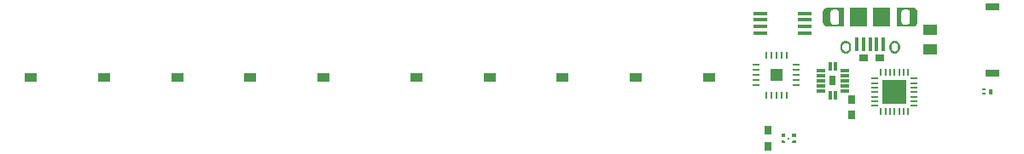
<source format=gtp>
G04*
G04 #@! TF.GenerationSoftware,Altium Limited,Altium Designer,20.2.4 (192)*
G04*
G04 Layer_Color=8421504*
%FSLAX25Y25*%
%MOIN*%
G70*
G04*
G04 #@! TF.SameCoordinates,E28A416E-137A-4DA4-96E8-27F400694B22*
G04*
G04*
G04 #@! TF.FilePolarity,Positive*
G04*
G01*
G75*
G04:AMPARAMS|DCode=17|XSize=33.86mil|YSize=10.24mil|CornerRadius=1.28mil|HoleSize=0mil|Usage=FLASHONLY|Rotation=270.000|XOffset=0mil|YOffset=0mil|HoleType=Round|Shape=RoundedRectangle|*
%AMROUNDEDRECTD17*
21,1,0.03386,0.00768,0,0,270.0*
21,1,0.03130,0.01024,0,0,270.0*
1,1,0.00256,-0.00384,-0.01565*
1,1,0.00256,-0.00384,0.01565*
1,1,0.00256,0.00384,0.01565*
1,1,0.00256,0.00384,-0.01565*
%
%ADD17ROUNDEDRECTD17*%
G04:AMPARAMS|DCode=18|XSize=33.86mil|YSize=10.24mil|CornerRadius=1.28mil|HoleSize=0mil|Usage=FLASHONLY|Rotation=180.000|XOffset=0mil|YOffset=0mil|HoleType=Round|Shape=RoundedRectangle|*
%AMROUNDEDRECTD18*
21,1,0.03386,0.00768,0,0,180.0*
21,1,0.03130,0.01024,0,0,180.0*
1,1,0.00256,-0.01565,0.00384*
1,1,0.00256,0.01565,0.00384*
1,1,0.00256,0.01565,-0.00384*
1,1,0.00256,-0.01565,-0.00384*
%
%ADD18ROUNDEDRECTD18*%
%ADD19R,0.03150X0.03300*%
%ADD20R,0.01496X0.02480*%
%ADD21R,0.01496X0.00787*%
%ADD22R,0.01100X0.02800*%
%ADD23R,0.09400X0.09400*%
%ADD24R,0.02800X0.01100*%
%ADD25R,0.03000X0.01100*%
%ADD26R,0.01100X0.03000*%
%ADD27R,0.05118X0.03543*%
%ADD28R,0.02559X0.01121*%
%ADD29R,0.01121X0.02559*%
%ADD30R,0.05000X0.05000*%
%ADD31R,0.07087X0.07480*%
%ADD32R,0.01575X0.05315*%
%ADD33R,0.01071X0.01071*%
%ADD34R,0.05512X0.04331*%
%ADD35R,0.05315X0.04331*%
%ADD36R,0.05512X0.02559*%
%ADD37R,0.03300X0.03150*%
%ADD38R,0.05600X0.01700*%
G36*
X357340Y56786D02*
X357442Y56775D01*
X357544Y56759D01*
X357645Y56738D01*
X357744Y56711D01*
X357842Y56679D01*
X357939Y56642D01*
X358033Y56600D01*
X358125Y56553D01*
X358214Y56502D01*
X358300Y56446D01*
X358384Y56385D01*
X358464Y56320D01*
X358541Y56251D01*
X358613Y56178D01*
X358682Y56102D01*
X358747Y56022D01*
X358808Y55938D01*
X358864Y55852D01*
X358916Y55762D01*
X358962Y55671D01*
X359004Y55576D01*
X359041Y55480D01*
X359073Y55382D01*
X359100Y55282D01*
X359121Y55182D01*
X359137Y55080D01*
X359148Y54977D01*
X359154Y54874D01*
Y54823D01*
Y53051D01*
Y51279D01*
Y51228D01*
X359148Y51125D01*
X359137Y51022D01*
X359121Y50921D01*
X359100Y50820D01*
X359073Y50720D01*
X359041Y50622D01*
X359004Y50526D01*
X358962Y50432D01*
X358916Y50340D01*
X358864Y50251D01*
X358808Y50164D01*
X358747Y50081D01*
X358682Y50001D01*
X358613Y49924D01*
X358541Y49851D01*
X358464Y49782D01*
X358384Y49717D01*
X358300Y49657D01*
X358214Y49600D01*
X358125Y49549D01*
X358033Y49502D01*
X357939Y49460D01*
X357842Y49423D01*
X357744Y49391D01*
X357645Y49365D01*
X357544Y49343D01*
X357442Y49327D01*
X357340Y49316D01*
X357237Y49311D01*
X350886D01*
Y53051D01*
Y56791D01*
X357237D01*
X357340Y56786D01*
D02*
G37*
G36*
X330413Y53051D02*
Y49311D01*
X324063D01*
X323960Y49316D01*
X323857Y49327D01*
X323755Y49343D01*
X323655Y49365D01*
X323555Y49391D01*
X323457Y49423D01*
X323361Y49460D01*
X323266Y49502D01*
X323175Y49549D01*
X323085Y49600D01*
X322999Y49657D01*
X322915Y49717D01*
X322835Y49782D01*
X322759Y49851D01*
X322686Y49924D01*
X322617Y50001D01*
X322552Y50081D01*
X322491Y50164D01*
X322435Y50251D01*
X322384Y50340D01*
X322337Y50432D01*
X322295Y50526D01*
X322258Y50622D01*
X322226Y50720D01*
X322199Y50820D01*
X322178Y50921D01*
X322162Y51022D01*
X322151Y51125D01*
X322146Y51228D01*
Y51279D01*
Y53051D01*
Y54823D01*
Y54874D01*
X322151Y54977D01*
X322162Y55080D01*
X322178Y55182D01*
X322199Y55282D01*
X322226Y55382D01*
X322258Y55480D01*
X322295Y55576D01*
X322337Y55671D01*
X322384Y55762D01*
X322435Y55852D01*
X322491Y55938D01*
X322552Y56022D01*
X322617Y56102D01*
X322686Y56178D01*
X322759Y56251D01*
X322835Y56320D01*
X322915Y56385D01*
X322999Y56446D01*
X323085Y56502D01*
X323175Y56553D01*
X323266Y56600D01*
X323361Y56642D01*
X323457Y56679D01*
X323555Y56711D01*
X323655Y56738D01*
X323755Y56759D01*
X323857Y56775D01*
X323960Y56786D01*
X324063Y56791D01*
X330413D01*
Y53051D01*
D02*
G37*
G36*
X350359Y43695D02*
X350467Y43684D01*
X350574Y43667D01*
X350679Y43644D01*
X350784Y43616D01*
X350887Y43583D01*
X350988Y43544D01*
X351087Y43500D01*
X351183Y43451D01*
X351277Y43397D01*
X351368Y43338D01*
X351455Y43274D01*
X351540Y43206D01*
X351620Y43134D01*
X351697Y43057D01*
X351769Y42977D01*
X351837Y42893D01*
X351901Y42805D01*
X351960Y42714D01*
X352014Y42621D01*
X352063Y42524D01*
X352107Y42425D01*
X352146Y42324D01*
X352179Y42221D01*
X352207Y42116D01*
X352230Y42011D01*
X352247Y41904D01*
X352258Y41796D01*
X352264Y41688D01*
Y41634D01*
Y40846D01*
Y40792D01*
X352258Y40684D01*
X352247Y40577D01*
X352230Y40470D01*
X352207Y40364D01*
X352179Y40259D01*
X352146Y40156D01*
X352107Y40055D01*
X352063Y39956D01*
X352014Y39860D01*
X351960Y39766D01*
X351901Y39675D01*
X351837Y39588D01*
X351769Y39504D01*
X351697Y39423D01*
X351620Y39347D01*
X351540Y39274D01*
X351455Y39206D01*
X351368Y39143D01*
X351277Y39083D01*
X351184Y39029D01*
X351087Y38980D01*
X350988Y38936D01*
X350887Y38897D01*
X350784Y38864D01*
X350679Y38836D01*
X350574Y38813D01*
X350467Y38796D01*
X350359Y38785D01*
X350251Y38780D01*
X350143D01*
X350035Y38785D01*
X349927Y38796D01*
X349820Y38813D01*
X349714Y38836D01*
X349610Y38864D01*
X349507Y38897D01*
X349406Y38936D01*
X349307Y38980D01*
X349210Y39029D01*
X349116Y39083D01*
X349026Y39142D01*
X348938Y39206D01*
X348854Y39274D01*
X348774Y39347D01*
X348697Y39423D01*
X348625Y39504D01*
X348556Y39588D01*
X348493Y39675D01*
X348434Y39766D01*
X348380Y39860D01*
X348331Y39956D01*
X348287Y40055D01*
X348248Y40156D01*
X348214Y40259D01*
X348186Y40364D01*
X348164Y40470D01*
X348147Y40577D01*
X348136Y40684D01*
X348130Y40792D01*
Y40846D01*
Y41634D01*
Y41688D01*
X348136Y41796D01*
X348147Y41904D01*
X348164Y42011D01*
X348186Y42116D01*
X348214Y42221D01*
X348248Y42324D01*
X348287Y42425D01*
X348331Y42524D01*
X348380Y42620D01*
X348434Y42714D01*
X348493Y42805D01*
X348556Y42893D01*
X348625Y42977D01*
X348697Y43057D01*
X348774Y43134D01*
X348854Y43206D01*
X348938Y43274D01*
X349026Y43338D01*
X349116Y43397D01*
X349210Y43451D01*
X349307Y43500D01*
X349406Y43544D01*
X349507Y43583D01*
X349610Y43616D01*
X349714Y43644D01*
X349820Y43667D01*
X349927Y43684D01*
X350035Y43695D01*
X350143Y43701D01*
X350251D01*
X350359Y43695D01*
D02*
G37*
G36*
X331265D02*
X331372Y43684D01*
X331479Y43667D01*
X331585Y43644D01*
X331690Y43616D01*
X331793Y43583D01*
X331894Y43544D01*
X331993Y43500D01*
X332089Y43451D01*
X332183Y43397D01*
X332274Y43338D01*
X332361Y43274D01*
X332445Y43206D01*
X332526Y43134D01*
X332602Y43057D01*
X332675Y42977D01*
X332743Y42893D01*
X332806Y42805D01*
X332865Y42714D01*
X332920Y42621D01*
X332969Y42524D01*
X333013Y42425D01*
X333051Y42324D01*
X333085Y42221D01*
X333113Y42116D01*
X333135Y42011D01*
X333152Y41904D01*
X333164Y41796D01*
X333169Y41688D01*
Y41634D01*
Y40846D01*
Y40792D01*
X333164Y40684D01*
X333152Y40577D01*
X333135Y40470D01*
X333113Y40364D01*
X333085Y40259D01*
X333051Y40156D01*
X333013Y40055D01*
X332969Y39956D01*
X332920Y39860D01*
X332865Y39766D01*
X332806Y39675D01*
X332743Y39588D01*
X332675Y39504D01*
X332602Y39423D01*
X332526Y39347D01*
X332445Y39274D01*
X332361Y39206D01*
X332274Y39143D01*
X332183Y39083D01*
X332089Y39029D01*
X331993Y38980D01*
X331894Y38936D01*
X331793Y38897D01*
X331690Y38864D01*
X331585Y38836D01*
X331479Y38813D01*
X331372Y38796D01*
X331265Y38785D01*
X331156Y38780D01*
X331048D01*
X330940Y38785D01*
X330833Y38796D01*
X330726Y38813D01*
X330620Y38836D01*
X330515Y38864D01*
X330412Y38897D01*
X330311Y38936D01*
X330212Y38980D01*
X330116Y39029D01*
X330022Y39083D01*
X329931Y39142D01*
X329844Y39206D01*
X329760Y39274D01*
X329679Y39347D01*
X329603Y39423D01*
X329530Y39504D01*
X329462Y39588D01*
X329398Y39675D01*
X329339Y39766D01*
X329285Y39860D01*
X329236Y39956D01*
X329192Y40055D01*
X329153Y40156D01*
X329120Y40259D01*
X329092Y40364D01*
X329069Y40470D01*
X329052Y40577D01*
X329041Y40684D01*
X329035Y40792D01*
Y40846D01*
Y41634D01*
Y41688D01*
X329041Y41796D01*
X329052Y41904D01*
X329069Y42011D01*
X329092Y42116D01*
X329120Y42221D01*
X329153Y42324D01*
X329192Y42425D01*
X329236Y42524D01*
X329285Y42620D01*
X329339Y42714D01*
X329398Y42805D01*
X329462Y42893D01*
X329530Y42977D01*
X329603Y43057D01*
X329679Y43134D01*
X329760Y43206D01*
X329844Y43274D01*
X329931Y43338D01*
X330022Y43397D01*
X330116Y43451D01*
X330212Y43500D01*
X330311Y43544D01*
X330412Y43583D01*
X330515Y43616D01*
X330620Y43644D01*
X330726Y43667D01*
X330833Y43684D01*
X330940Y43695D01*
X331048Y43701D01*
X331156D01*
X331265Y43695D01*
D02*
G37*
G36*
X327174Y26255D02*
X324654D01*
Y29956D01*
X327174D01*
Y26255D01*
D02*
G37*
G36*
X311595Y6194D02*
X310413D01*
X310138Y6470D01*
Y7376D01*
X311595D01*
Y6194D01*
D02*
G37*
G36*
X307421Y6470D02*
X307146Y6194D01*
X305965D01*
Y7376D01*
X307421D01*
Y6470D01*
D02*
G37*
G36*
X311595Y3635D02*
X310138D01*
Y4541D01*
X310413Y4817D01*
X311595D01*
Y3635D01*
D02*
G37*
G36*
X307421Y4541D02*
Y3635D01*
X305965D01*
Y4817D01*
X307146D01*
X307421Y4541D01*
D02*
G37*
%LPC*%
G36*
X355048Y56004D02*
X354005D01*
X353943Y56001D01*
X353881Y55994D01*
X353820Y55985D01*
X353760Y55972D01*
X353700Y55956D01*
X353641Y55937D01*
X353583Y55914D01*
X353527Y55889D01*
X353472Y55861D01*
X353418Y55830D01*
X353366Y55797D01*
X353316Y55760D01*
X353268Y55721D01*
X353222Y55680D01*
X353178Y55636D01*
X353137Y55590D01*
X353098Y55542D01*
X353062Y55492D01*
X353028Y55440D01*
X352997Y55387D01*
X352969Y55331D01*
X352944Y55275D01*
X352922Y55217D01*
X352903Y55158D01*
X352887Y55099D01*
X352874Y55038D01*
X352864Y54977D01*
X352858Y54915D01*
X352854Y54854D01*
Y54823D01*
Y53051D01*
Y51279D01*
Y51249D01*
X352858Y51187D01*
X352864Y51125D01*
X352874Y51064D01*
X352887Y51004D01*
X352903Y50944D01*
X352922Y50885D01*
X352944Y50827D01*
X352969Y50771D01*
X352997Y50716D01*
X353028Y50662D01*
X353062Y50610D01*
X353098Y50560D01*
X353137Y50512D01*
X353178Y50466D01*
X353222Y50423D01*
X353268Y50381D01*
X353316Y50342D01*
X353366Y50306D01*
X353418Y50272D01*
X353472Y50241D01*
X353527Y50213D01*
X353583Y50188D01*
X353641Y50166D01*
X353700Y50147D01*
X353760Y50131D01*
X353820Y50118D01*
X353881Y50108D01*
X353943Y50102D01*
X354005Y50098D01*
X354952D01*
X355014Y50102D01*
X355076Y50108D01*
X355137Y50118D01*
X355197Y50131D01*
X355257Y50147D01*
X355316Y50166D01*
X355373Y50188D01*
X355430Y50213D01*
X355485Y50241D01*
X355539Y50272D01*
X355591Y50306D01*
X355641Y50342D01*
X355689Y50381D01*
X355735Y50423D01*
X355778Y50466D01*
X355820Y50512D01*
X355859Y50560D01*
X355895Y50610D01*
X355929Y50662D01*
X355960Y50716D01*
X355988Y50771D01*
X356013Y50827D01*
X356035Y50885D01*
X356054Y50944D01*
X356070Y51004D01*
X356083Y51064D01*
X356093Y51125D01*
X356099Y51187D01*
X356102Y51249D01*
Y51279D01*
Y53051D01*
Y54921D01*
Y54950D01*
X356099Y55006D01*
X356094Y55063D01*
X356085Y55119D01*
X356073Y55174D01*
X356058Y55229D01*
X356041Y55283D01*
X356020Y55336D01*
X355997Y55388D01*
X355972Y55438D01*
X355943Y55487D01*
X355912Y55535D01*
X355879Y55581D01*
X355843Y55625D01*
X355805Y55667D01*
X355765Y55707D01*
X355723Y55745D01*
X355679Y55781D01*
X355633Y55814D01*
X355586Y55845D01*
X355537Y55873D01*
X355486Y55899D01*
X355434Y55922D01*
X355381Y55942D01*
X355327Y55960D01*
X355273Y55974D01*
X355217Y55986D01*
X355161Y55995D01*
X355105Y56001D01*
X355048Y56004D01*
D02*
G37*
G36*
X327295D02*
X326347D01*
X326285Y56001D01*
X326224Y55994D01*
X326163Y55985D01*
X326102Y55972D01*
X326042Y55956D01*
X325984Y55937D01*
X325926Y55914D01*
X325869Y55889D01*
X325814Y55861D01*
X325761Y55830D01*
X325709Y55796D01*
X325659Y55760D01*
X325611Y55721D01*
X325565Y55680D01*
X325521Y55636D01*
X325480Y55590D01*
X325441Y55542D01*
X325404Y55492D01*
X325371Y55440D01*
X325340Y55387D01*
X325311Y55331D01*
X325286Y55275D01*
X325264Y55217D01*
X325245Y55158D01*
X325229Y55099D01*
X325216Y55038D01*
X325206Y54977D01*
X325200Y54915D01*
X325197Y54854D01*
Y54823D01*
Y53051D01*
Y51181D01*
Y51153D01*
X325200Y51096D01*
X325206Y51040D01*
X325215Y50984D01*
X325226Y50928D01*
X325241Y50874D01*
X325259Y50820D01*
X325279Y50767D01*
X325302Y50715D01*
X325328Y50664D01*
X325356Y50615D01*
X325387Y50568D01*
X325420Y50522D01*
X325456Y50478D01*
X325494Y50436D01*
X325534Y50396D01*
X325576Y50358D01*
X325620Y50322D01*
X325666Y50288D01*
X325714Y50258D01*
X325763Y50229D01*
X325813Y50204D01*
X325865Y50181D01*
X325918Y50160D01*
X325972Y50143D01*
X326027Y50128D01*
X326082Y50116D01*
X326138Y50107D01*
X326195Y50101D01*
X326251Y50098D01*
X327295D01*
X327357Y50102D01*
X327418Y50108D01*
X327479Y50118D01*
X327540Y50131D01*
X327599Y50147D01*
X327658Y50166D01*
X327716Y50188D01*
X327772Y50213D01*
X327828Y50241D01*
X327881Y50272D01*
X327933Y50306D01*
X327983Y50342D01*
X328031Y50381D01*
X328077Y50423D01*
X328121Y50466D01*
X328162Y50512D01*
X328201Y50560D01*
X328238Y50610D01*
X328271Y50662D01*
X328302Y50716D01*
X328330Y50771D01*
X328355Y50827D01*
X328378Y50885D01*
X328397Y50944D01*
X328413Y51004D01*
X328426Y51064D01*
X328435Y51125D01*
X328442Y51187D01*
X328445Y51249D01*
Y51279D01*
Y53051D01*
Y54823D01*
Y54854D01*
X328442Y54915D01*
X328435Y54977D01*
X328426Y55038D01*
X328413Y55099D01*
X328397Y55158D01*
X328378Y55217D01*
X328355Y55275D01*
X328330Y55331D01*
X328302Y55387D01*
X328271Y55440D01*
X328238Y55492D01*
X328201Y55542D01*
X328162Y55590D01*
X328121Y55636D01*
X328077Y55680D01*
X328031Y55721D01*
X327983Y55760D01*
X327933Y55797D01*
X327881Y55830D01*
X327828Y55861D01*
X327772Y55889D01*
X327716Y55914D01*
X327658Y55937D01*
X327599Y55956D01*
X327540Y55972D01*
X327479Y55985D01*
X327418Y55994D01*
X327357Y56001D01*
X327295Y56004D01*
D02*
G37*
G36*
X350230Y42913D02*
X350163D01*
X350096Y42910D01*
X350030Y42903D01*
X349964Y42892D01*
X349898Y42878D01*
X349833Y42861D01*
X349770Y42840D01*
X349707Y42816D01*
X349646Y42789D01*
X349586Y42759D01*
X349528Y42725D01*
X349472Y42689D01*
X349418Y42649D01*
X349366Y42607D01*
X349316Y42562D01*
X349268Y42515D01*
X349223Y42465D01*
X349181Y42413D01*
X349142Y42359D01*
X349106Y42303D01*
X349072Y42245D01*
X349042Y42185D01*
X349014Y42124D01*
X348990Y42061D01*
X348970Y41997D01*
X348952Y41933D01*
X348938Y41867D01*
X348928Y41801D01*
X348921Y41734D01*
X348917Y41667D01*
Y41634D01*
Y40846D01*
Y40813D01*
X348921Y40746D01*
X348928Y40679D01*
X348938Y40613D01*
X348952Y40548D01*
X348970Y40483D01*
X348990Y40419D01*
X349014Y40357D01*
X349042Y40295D01*
X349072Y40236D01*
X349106Y40178D01*
X349142Y40121D01*
X349181Y40067D01*
X349223Y40015D01*
X349268Y39965D01*
X349316Y39918D01*
X349366Y39873D01*
X349418Y39831D01*
X349472Y39792D01*
X349528Y39755D01*
X349586Y39722D01*
X349646Y39691D01*
X349707Y39664D01*
X349770Y39640D01*
X349833Y39619D01*
X349898Y39602D01*
X349964Y39588D01*
X350030Y39577D01*
X350096Y39570D01*
X350163Y39567D01*
X350230D01*
X350297Y39570D01*
X350364Y39577D01*
X350430Y39588D01*
X350496Y39602D01*
X350560Y39619D01*
X350624Y39640D01*
X350687Y39664D01*
X350748Y39691D01*
X350808Y39722D01*
X350866Y39755D01*
X350922Y39792D01*
X350976Y39831D01*
X351028Y39873D01*
X351078Y39918D01*
X351125Y39965D01*
X351170Y40015D01*
X351212Y40067D01*
X351252Y40121D01*
X351288Y40178D01*
X351322Y40236D01*
X351352Y40295D01*
X351379Y40357D01*
X351403Y40419D01*
X351424Y40483D01*
X351442Y40548D01*
X351455Y40613D01*
X351466Y40679D01*
X351473Y40746D01*
X351476Y40813D01*
Y40846D01*
Y41634D01*
Y41667D01*
X351473Y41734D01*
X351466Y41801D01*
X351455Y41867D01*
X351442Y41933D01*
X351424Y41997D01*
X351403Y42061D01*
X351379Y42124D01*
X351352Y42185D01*
X351322Y42245D01*
X351288Y42303D01*
X351252Y42359D01*
X351212Y42413D01*
X351170Y42465D01*
X351125Y42515D01*
X351078Y42562D01*
X351028Y42607D01*
X350976Y42649D01*
X350922Y42689D01*
X350866Y42725D01*
X350808Y42759D01*
X350748Y42789D01*
X350687Y42816D01*
X350624Y42840D01*
X350560Y42861D01*
X350496Y42878D01*
X350430Y42892D01*
X350364Y42903D01*
X350297Y42910D01*
X350230Y42913D01*
D02*
G37*
G36*
X331136D02*
X331069D01*
X331002Y42910D01*
X330935Y42903D01*
X330869Y42892D01*
X330804Y42878D01*
X330739Y42861D01*
X330675Y42840D01*
X330613Y42816D01*
X330551Y42789D01*
X330492Y42759D01*
X330434Y42725D01*
X330377Y42689D01*
X330323Y42649D01*
X330271Y42607D01*
X330221Y42562D01*
X330174Y42515D01*
X330129Y42465D01*
X330087Y42413D01*
X330047Y42359D01*
X330011Y42303D01*
X329977Y42245D01*
X329947Y42185D01*
X329920Y42124D01*
X329896Y42061D01*
X329875Y41997D01*
X329858Y41933D01*
X329844Y41867D01*
X329833Y41801D01*
X329826Y41734D01*
X329823Y41667D01*
Y41634D01*
Y40846D01*
Y40813D01*
X329826Y40746D01*
X329833Y40679D01*
X329844Y40613D01*
X329858Y40548D01*
X329875Y40483D01*
X329896Y40419D01*
X329920Y40357D01*
X329947Y40295D01*
X329977Y40236D01*
X330011Y40178D01*
X330047Y40121D01*
X330087Y40067D01*
X330129Y40015D01*
X330174Y39965D01*
X330221Y39918D01*
X330271Y39873D01*
X330323Y39831D01*
X330377Y39792D01*
X330434Y39755D01*
X330492Y39722D01*
X330551Y39691D01*
X330612Y39664D01*
X330675Y39640D01*
X330739Y39619D01*
X330803Y39602D01*
X330869Y39588D01*
X330935Y39577D01*
X331002Y39570D01*
X331069Y39567D01*
X331136D01*
X331203Y39570D01*
X331269Y39577D01*
X331336Y39588D01*
X331401Y39602D01*
X331466Y39619D01*
X331530Y39640D01*
X331592Y39664D01*
X331653Y39691D01*
X331713Y39722D01*
X331771Y39755D01*
X331827Y39792D01*
X331881Y39831D01*
X331934Y39873D01*
X331983Y39918D01*
X332031Y39965D01*
X332076Y40015D01*
X332118Y40067D01*
X332157Y40121D01*
X332194Y40178D01*
X332227Y40236D01*
X332258Y40295D01*
X332285Y40357D01*
X332309Y40419D01*
X332330Y40483D01*
X332347Y40548D01*
X332361Y40613D01*
X332371Y40679D01*
X332378Y40746D01*
X332382Y40813D01*
Y40846D01*
Y41634D01*
Y41667D01*
X332378Y41734D01*
X332371Y41801D01*
X332361Y41867D01*
X332347Y41933D01*
X332330Y41997D01*
X332309Y42061D01*
X332285Y42124D01*
X332258Y42185D01*
X332227Y42245D01*
X332194Y42303D01*
X332157Y42359D01*
X332118Y42413D01*
X332076Y42465D01*
X332031Y42515D01*
X331983Y42562D01*
X331934Y42607D01*
X331882Y42649D01*
X331827Y42689D01*
X331771Y42725D01*
X331713Y42759D01*
X331653Y42789D01*
X331592Y42816D01*
X331530Y42840D01*
X331466Y42861D01*
X331401Y42878D01*
X331336Y42892D01*
X331270Y42903D01*
X331203Y42910D01*
X331136Y42913D01*
D02*
G37*
%LPD*%
D17*
X326898Y33755D02*
D03*
X324930D02*
D03*
Y22456D02*
D03*
X326898D02*
D03*
D18*
X330579Y24169D02*
D03*
Y26137D02*
D03*
Y28106D02*
D03*
Y30074D02*
D03*
Y32043D02*
D03*
X321249D02*
D03*
Y30074D02*
D03*
Y28106D02*
D03*
Y26137D02*
D03*
Y24169D02*
D03*
D19*
X300580Y8706D02*
D03*
Y2505D02*
D03*
X333500Y14700D02*
D03*
Y20900D02*
D03*
D20*
X387779Y23905D02*
D03*
D21*
X385181Y24595D02*
D03*
Y23216D02*
D03*
D22*
X355419Y31325D02*
D03*
Y15925D02*
D03*
X344819D02*
D03*
Y31325D02*
D03*
D23*
X350119Y23625D02*
D03*
D24*
X357819Y28925D02*
D03*
Y18325D02*
D03*
X342419D02*
D03*
Y28925D02*
D03*
D25*
X357819Y27125D02*
D03*
Y25425D02*
D03*
Y23625D02*
D03*
Y21825D02*
D03*
Y20125D02*
D03*
X342419D02*
D03*
Y21825D02*
D03*
Y23625D02*
D03*
Y25425D02*
D03*
Y27125D02*
D03*
D26*
X353619Y15925D02*
D03*
X351919D02*
D03*
X350119D02*
D03*
X348319D02*
D03*
X346619D02*
D03*
Y31325D02*
D03*
X348319D02*
D03*
X350119D02*
D03*
X351919D02*
D03*
X353619D02*
D03*
D27*
X277559Y29528D02*
D03*
X249016D02*
D03*
X220472Y29528D02*
D03*
X191929D02*
D03*
X163386D02*
D03*
X126969D02*
D03*
X98425D02*
D03*
X69882D02*
D03*
X41339D02*
D03*
X12795D02*
D03*
D28*
X296069Y34269D02*
D03*
X311817Y30332D02*
D03*
X296069Y28363D02*
D03*
Y26395D02*
D03*
X311817D02*
D03*
Y28363D02*
D03*
Y32300D02*
D03*
Y34269D02*
D03*
X296069Y32300D02*
D03*
Y30332D02*
D03*
D29*
X300006Y22457D02*
D03*
X301974D02*
D03*
X305911D02*
D03*
X307879D02*
D03*
Y38206D02*
D03*
X305911D02*
D03*
X301974D02*
D03*
X300006D02*
D03*
X303942Y22457D02*
D03*
Y38206D02*
D03*
D30*
Y30332D02*
D03*
D31*
X336122Y53051D02*
D03*
X345177D02*
D03*
D32*
X335531Y42520D02*
D03*
X345768D02*
D03*
X338090D02*
D03*
X343209D02*
D03*
X340650D02*
D03*
D33*
X308780Y5505D02*
D03*
D34*
X364173Y40256D02*
D03*
D35*
Y48130D02*
D03*
D36*
X388386Y31161D02*
D03*
Y57224D02*
D03*
D37*
X338140Y37008D02*
D03*
X344341D02*
D03*
D38*
X297679Y46905D02*
D03*
Y49406D02*
D03*
Y52005D02*
D03*
Y54505D02*
D03*
X314879D02*
D03*
Y52005D02*
D03*
Y49406D02*
D03*
Y46905D02*
D03*
M02*

</source>
